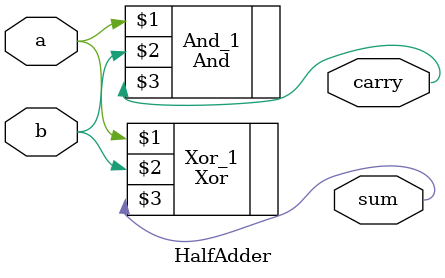
<source format=v>
/**
 * Computes the sum of two bits.
 */

`default_nettype none
module HalfAdder(
	input a,		//1-bit input
	input b,		//1-bit inpur
	output sum,	//Right bit of a + b
	output carry	//Lef bit of a + b
);
	Xor Xor_1(a, b, sum);
	And And_1(a, b, carry);

endmodule

</source>
